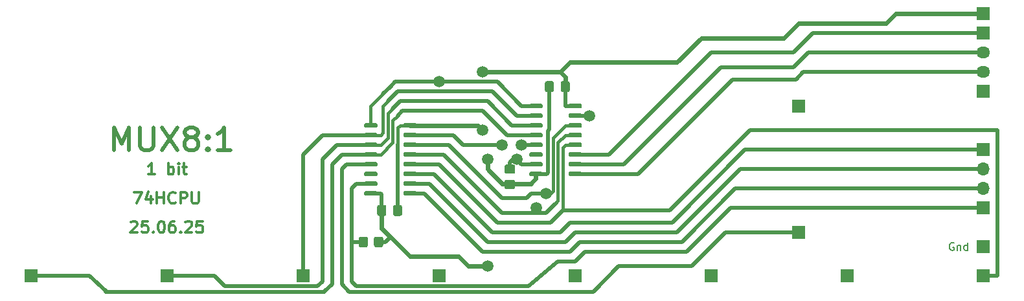
<source format=gbr>
%TF.GenerationSoftware,KiCad,Pcbnew,(5.1.8)-1*%
%TF.CreationDate,2025-07-04T22:22:32+03:00*%
%TF.ProjectId,MUX8x1-1bit,4d555838-7831-42d3-9162-69742e6b6963,rev?*%
%TF.SameCoordinates,Original*%
%TF.FileFunction,Copper,L1,Top*%
%TF.FilePolarity,Positive*%
%FSLAX46Y46*%
G04 Gerber Fmt 4.6, Leading zero omitted, Abs format (unit mm)*
G04 Created by KiCad (PCBNEW (5.1.8)-1) date 2025-07-04 22:22:32*
%MOMM*%
%LPD*%
G01*
G04 APERTURE LIST*
%TA.AperFunction,NonConductor*%
%ADD10C,0.150000*%
%TD*%
%TA.AperFunction,NonConductor*%
%ADD11C,0.300000*%
%TD*%
%TA.AperFunction,NonConductor*%
%ADD12C,0.500000*%
%TD*%
%TA.AperFunction,ComponentPad*%
%ADD13R,1.700000X1.700000*%
%TD*%
%TA.AperFunction,ComponentPad*%
%ADD14O,1.800000X1.500000*%
%TD*%
%TA.AperFunction,ComponentPad*%
%ADD15O,1.700000X1.700000*%
%TD*%
%TA.AperFunction,ViaPad*%
%ADD16C,1.500000*%
%TD*%
%TA.AperFunction,Conductor*%
%ADD17C,0.500000*%
%TD*%
%TA.AperFunction,Conductor*%
%ADD18C,0.600000*%
%TD*%
%TA.AperFunction,Conductor*%
%ADD19C,0.400000*%
%TD*%
G04 APERTURE END LIST*
D10*
X138422142Y-51570000D02*
X138326904Y-51522380D01*
X138184047Y-51522380D01*
X138041190Y-51570000D01*
X137945952Y-51665238D01*
X137898333Y-51760476D01*
X137850714Y-51950952D01*
X137850714Y-52093809D01*
X137898333Y-52284285D01*
X137945952Y-52379523D01*
X138041190Y-52474761D01*
X138184047Y-52522380D01*
X138279285Y-52522380D01*
X138422142Y-52474761D01*
X138469761Y-52427142D01*
X138469761Y-52093809D01*
X138279285Y-52093809D01*
X138898333Y-51855714D02*
X138898333Y-52522380D01*
X138898333Y-51950952D02*
X138945952Y-51903333D01*
X139041190Y-51855714D01*
X139184047Y-51855714D01*
X139279285Y-51903333D01*
X139326904Y-51998571D01*
X139326904Y-52522380D01*
X140231666Y-52522380D02*
X140231666Y-51522380D01*
X140231666Y-52474761D02*
X140136428Y-52522380D01*
X139945952Y-52522380D01*
X139850714Y-52474761D01*
X139803095Y-52427142D01*
X139755476Y-52331904D01*
X139755476Y-52046190D01*
X139803095Y-51950952D01*
X139850714Y-51903333D01*
X139945952Y-51855714D01*
X140136428Y-51855714D01*
X140231666Y-51903333D01*
D11*
X33952857Y-42588571D02*
X33095714Y-42588571D01*
X33524285Y-42588571D02*
X33524285Y-41088571D01*
X33381428Y-41302857D01*
X33238571Y-41445714D01*
X33095714Y-41517142D01*
X35738571Y-42588571D02*
X35738571Y-41088571D01*
X35738571Y-41660000D02*
X35881428Y-41588571D01*
X36167142Y-41588571D01*
X36310000Y-41660000D01*
X36381428Y-41731428D01*
X36452857Y-41874285D01*
X36452857Y-42302857D01*
X36381428Y-42445714D01*
X36310000Y-42517142D01*
X36167142Y-42588571D01*
X35881428Y-42588571D01*
X35738571Y-42517142D01*
X37095714Y-42588571D02*
X37095714Y-41588571D01*
X37095714Y-41088571D02*
X37024285Y-41160000D01*
X37095714Y-41231428D01*
X37167142Y-41160000D01*
X37095714Y-41088571D01*
X37095714Y-41231428D01*
X37595714Y-41588571D02*
X38167142Y-41588571D01*
X37810000Y-41088571D02*
X37810000Y-42374285D01*
X37881428Y-42517142D01*
X38024285Y-42588571D01*
X38167142Y-42588571D01*
D12*
X28623571Y-39457142D02*
X28623571Y-36457142D01*
X29623571Y-38600000D01*
X30623571Y-36457142D01*
X30623571Y-39457142D01*
X32052142Y-36457142D02*
X32052142Y-38885714D01*
X32195000Y-39171428D01*
X32337857Y-39314285D01*
X32623571Y-39457142D01*
X33195000Y-39457142D01*
X33480714Y-39314285D01*
X33623571Y-39171428D01*
X33766428Y-38885714D01*
X33766428Y-36457142D01*
X34909285Y-36457142D02*
X36909285Y-39457142D01*
X36909285Y-36457142D02*
X34909285Y-39457142D01*
X38480714Y-37742857D02*
X38195000Y-37600000D01*
X38052142Y-37457142D01*
X37909285Y-37171428D01*
X37909285Y-37028571D01*
X38052142Y-36742857D01*
X38195000Y-36600000D01*
X38480714Y-36457142D01*
X39052142Y-36457142D01*
X39337857Y-36600000D01*
X39480714Y-36742857D01*
X39623571Y-37028571D01*
X39623571Y-37171428D01*
X39480714Y-37457142D01*
X39337857Y-37600000D01*
X39052142Y-37742857D01*
X38480714Y-37742857D01*
X38195000Y-37885714D01*
X38052142Y-38028571D01*
X37909285Y-38314285D01*
X37909285Y-38885714D01*
X38052142Y-39171428D01*
X38195000Y-39314285D01*
X38480714Y-39457142D01*
X39052142Y-39457142D01*
X39337857Y-39314285D01*
X39480714Y-39171428D01*
X39623571Y-38885714D01*
X39623571Y-38314285D01*
X39480714Y-38028571D01*
X39337857Y-37885714D01*
X39052142Y-37742857D01*
X40909285Y-39171428D02*
X41052142Y-39314285D01*
X40909285Y-39457142D01*
X40766428Y-39314285D01*
X40909285Y-39171428D01*
X40909285Y-39457142D01*
X40909285Y-37600000D02*
X41052142Y-37742857D01*
X40909285Y-37885714D01*
X40766428Y-37742857D01*
X40909285Y-37600000D01*
X40909285Y-37885714D01*
X43909285Y-39457142D02*
X42195000Y-39457142D01*
X43052142Y-39457142D02*
X43052142Y-36457142D01*
X42766428Y-36885714D01*
X42480714Y-37171428D01*
X42195000Y-37314285D01*
D11*
X31274285Y-44898571D02*
X32274285Y-44898571D01*
X31631428Y-46398571D01*
X33488571Y-45398571D02*
X33488571Y-46398571D01*
X33131428Y-44827142D02*
X32774285Y-45898571D01*
X33702857Y-45898571D01*
X34274285Y-46398571D02*
X34274285Y-44898571D01*
X34274285Y-45612857D02*
X35131428Y-45612857D01*
X35131428Y-46398571D02*
X35131428Y-44898571D01*
X36702857Y-46255714D02*
X36631428Y-46327142D01*
X36417142Y-46398571D01*
X36274285Y-46398571D01*
X36060000Y-46327142D01*
X35917142Y-46184285D01*
X35845714Y-46041428D01*
X35774285Y-45755714D01*
X35774285Y-45541428D01*
X35845714Y-45255714D01*
X35917142Y-45112857D01*
X36060000Y-44970000D01*
X36274285Y-44898571D01*
X36417142Y-44898571D01*
X36631428Y-44970000D01*
X36702857Y-45041428D01*
X37345714Y-46398571D02*
X37345714Y-44898571D01*
X37917142Y-44898571D01*
X38060000Y-44970000D01*
X38131428Y-45041428D01*
X38202857Y-45184285D01*
X38202857Y-45398571D01*
X38131428Y-45541428D01*
X38060000Y-45612857D01*
X37917142Y-45684285D01*
X37345714Y-45684285D01*
X38845714Y-44898571D02*
X38845714Y-46112857D01*
X38917142Y-46255714D01*
X38988571Y-46327142D01*
X39131428Y-46398571D01*
X39417142Y-46398571D01*
X39560000Y-46327142D01*
X39631428Y-46255714D01*
X39702857Y-46112857D01*
X39702857Y-44898571D01*
X30845714Y-48851428D02*
X30917142Y-48780000D01*
X31060000Y-48708571D01*
X31417142Y-48708571D01*
X31560000Y-48780000D01*
X31631428Y-48851428D01*
X31702857Y-48994285D01*
X31702857Y-49137142D01*
X31631428Y-49351428D01*
X30774285Y-50208571D01*
X31702857Y-50208571D01*
X33060000Y-48708571D02*
X32345714Y-48708571D01*
X32274285Y-49422857D01*
X32345714Y-49351428D01*
X32488571Y-49280000D01*
X32845714Y-49280000D01*
X32988571Y-49351428D01*
X33060000Y-49422857D01*
X33131428Y-49565714D01*
X33131428Y-49922857D01*
X33060000Y-50065714D01*
X32988571Y-50137142D01*
X32845714Y-50208571D01*
X32488571Y-50208571D01*
X32345714Y-50137142D01*
X32274285Y-50065714D01*
X33774285Y-50065714D02*
X33845714Y-50137142D01*
X33774285Y-50208571D01*
X33702857Y-50137142D01*
X33774285Y-50065714D01*
X33774285Y-50208571D01*
X34774285Y-48708571D02*
X34917142Y-48708571D01*
X35060000Y-48780000D01*
X35131428Y-48851428D01*
X35202857Y-48994285D01*
X35274285Y-49280000D01*
X35274285Y-49637142D01*
X35202857Y-49922857D01*
X35131428Y-50065714D01*
X35060000Y-50137142D01*
X34917142Y-50208571D01*
X34774285Y-50208571D01*
X34631428Y-50137142D01*
X34560000Y-50065714D01*
X34488571Y-49922857D01*
X34417142Y-49637142D01*
X34417142Y-49280000D01*
X34488571Y-48994285D01*
X34560000Y-48851428D01*
X34631428Y-48780000D01*
X34774285Y-48708571D01*
X36560000Y-48708571D02*
X36274285Y-48708571D01*
X36131428Y-48780000D01*
X36060000Y-48851428D01*
X35917142Y-49065714D01*
X35845714Y-49351428D01*
X35845714Y-49922857D01*
X35917142Y-50065714D01*
X35988571Y-50137142D01*
X36131428Y-50208571D01*
X36417142Y-50208571D01*
X36560000Y-50137142D01*
X36631428Y-50065714D01*
X36702857Y-49922857D01*
X36702857Y-49565714D01*
X36631428Y-49422857D01*
X36560000Y-49351428D01*
X36417142Y-49280000D01*
X36131428Y-49280000D01*
X35988571Y-49351428D01*
X35917142Y-49422857D01*
X35845714Y-49565714D01*
X37345714Y-50065714D02*
X37417142Y-50137142D01*
X37345714Y-50208571D01*
X37274285Y-50137142D01*
X37345714Y-50065714D01*
X37345714Y-50208571D01*
X37988571Y-48851428D02*
X38060000Y-48780000D01*
X38202857Y-48708571D01*
X38560000Y-48708571D01*
X38702857Y-48780000D01*
X38774285Y-48851428D01*
X38845714Y-48994285D01*
X38845714Y-49137142D01*
X38774285Y-49351428D01*
X37917142Y-50208571D01*
X38845714Y-50208571D01*
X40202857Y-48708571D02*
X39488571Y-48708571D01*
X39417142Y-49422857D01*
X39488571Y-49351428D01*
X39631428Y-49280000D01*
X39988571Y-49280000D01*
X40131428Y-49351428D01*
X40202857Y-49422857D01*
X40274285Y-49565714D01*
X40274285Y-49922857D01*
X40202857Y-50065714D01*
X40131428Y-50137142D01*
X39988571Y-50208571D01*
X39631428Y-50208571D01*
X39488571Y-50137142D01*
X39417142Y-50065714D01*
%TO.P,R2,2*%
%TO.N,GND*%
%TA.AperFunction,SMDPad,CuDef*%
G36*
G01*
X79940999Y-43310000D02*
X80841001Y-43310000D01*
G75*
G02*
X81091000Y-43559999I0J-249999D01*
G01*
X81091000Y-44260001D01*
G75*
G02*
X80841001Y-44510000I-249999J0D01*
G01*
X79940999Y-44510000D01*
G75*
G02*
X79691000Y-44260001I0J249999D01*
G01*
X79691000Y-43559999D01*
G75*
G02*
X79940999Y-43310000I249999J0D01*
G01*
G37*
%TD.AperFunction*%
%TO.P,R2,1*%
%TO.N,/~E1*%
%TA.AperFunction,SMDPad,CuDef*%
G36*
G01*
X79940999Y-41310000D02*
X80841001Y-41310000D01*
G75*
G02*
X81091000Y-41559999I0J-249999D01*
G01*
X81091000Y-42260001D01*
G75*
G02*
X80841001Y-42510000I-249999J0D01*
G01*
X79940999Y-42510000D01*
G75*
G02*
X79691000Y-42260001I0J249999D01*
G01*
X79691000Y-41559999D01*
G75*
G02*
X79940999Y-41310000I249999J0D01*
G01*
G37*
%TD.AperFunction*%
%TD*%
%TO.P,R1,2*%
%TO.N,GND*%
%TA.AperFunction,SMDPad,CuDef*%
G36*
G01*
X62630000Y-51885001D02*
X62630000Y-50984999D01*
G75*
G02*
X62879999Y-50735000I249999J0D01*
G01*
X63580001Y-50735000D01*
G75*
G02*
X63830000Y-50984999I0J-249999D01*
G01*
X63830000Y-51885001D01*
G75*
G02*
X63580001Y-52135000I-249999J0D01*
G01*
X62879999Y-52135000D01*
G75*
G02*
X62630000Y-51885001I0J249999D01*
G01*
G37*
%TD.AperFunction*%
%TO.P,R1,1*%
%TO.N,/~E0*%
%TA.AperFunction,SMDPad,CuDef*%
G36*
G01*
X60630000Y-51885001D02*
X60630000Y-50984999D01*
G75*
G02*
X60879999Y-50735000I249999J0D01*
G01*
X61580001Y-50735000D01*
G75*
G02*
X61830000Y-50984999I0J-249999D01*
G01*
X61830000Y-51885001D01*
G75*
G02*
X61580001Y-52135000I-249999J0D01*
G01*
X60879999Y-52135000D01*
G75*
G02*
X60630000Y-51885001I0J249999D01*
G01*
G37*
%TD.AperFunction*%
%TD*%
D13*
%TO.P,J16,1*%
%TO.N,GND*%
X142240000Y-52070000D03*
%TD*%
%TO.P,J15,1*%
%TO.N,VCC*%
X142240000Y-21590000D03*
%TD*%
%TO.P,U2,16*%
%TO.N,VCC*%
%TA.AperFunction,SMDPad,CuDef*%
G36*
G01*
X88060000Y-33805000D02*
X88060000Y-33505000D01*
G75*
G02*
X88210000Y-33355000I150000J0D01*
G01*
X89660000Y-33355000D01*
G75*
G02*
X89810000Y-33505000I0J-150000D01*
G01*
X89810000Y-33805000D01*
G75*
G02*
X89660000Y-33955000I-150000J0D01*
G01*
X88210000Y-33955000D01*
G75*
G02*
X88060000Y-33805000I0J150000D01*
G01*
G37*
%TD.AperFunction*%
%TO.P,U2,15*%
%TO.N,/D4*%
%TA.AperFunction,SMDPad,CuDef*%
G36*
G01*
X88060000Y-35075000D02*
X88060000Y-34775000D01*
G75*
G02*
X88210000Y-34625000I150000J0D01*
G01*
X89660000Y-34625000D01*
G75*
G02*
X89810000Y-34775000I0J-150000D01*
G01*
X89810000Y-35075000D01*
G75*
G02*
X89660000Y-35225000I-150000J0D01*
G01*
X88210000Y-35225000D01*
G75*
G02*
X88060000Y-35075000I0J150000D01*
G01*
G37*
%TD.AperFunction*%
%TO.P,U2,14*%
%TO.N,/D5*%
%TA.AperFunction,SMDPad,CuDef*%
G36*
G01*
X88060000Y-36345000D02*
X88060000Y-36045000D01*
G75*
G02*
X88210000Y-35895000I150000J0D01*
G01*
X89660000Y-35895000D01*
G75*
G02*
X89810000Y-36045000I0J-150000D01*
G01*
X89810000Y-36345000D01*
G75*
G02*
X89660000Y-36495000I-150000J0D01*
G01*
X88210000Y-36495000D01*
G75*
G02*
X88060000Y-36345000I0J150000D01*
G01*
G37*
%TD.AperFunction*%
%TO.P,U2,13*%
%TO.N,/D6*%
%TA.AperFunction,SMDPad,CuDef*%
G36*
G01*
X88060000Y-37615000D02*
X88060000Y-37315000D01*
G75*
G02*
X88210000Y-37165000I150000J0D01*
G01*
X89660000Y-37165000D01*
G75*
G02*
X89810000Y-37315000I0J-150000D01*
G01*
X89810000Y-37615000D01*
G75*
G02*
X89660000Y-37765000I-150000J0D01*
G01*
X88210000Y-37765000D01*
G75*
G02*
X88060000Y-37615000I0J150000D01*
G01*
G37*
%TD.AperFunction*%
%TO.P,U2,12*%
%TO.N,/D7*%
%TA.AperFunction,SMDPad,CuDef*%
G36*
G01*
X88060000Y-38885000D02*
X88060000Y-38585000D01*
G75*
G02*
X88210000Y-38435000I150000J0D01*
G01*
X89660000Y-38435000D01*
G75*
G02*
X89810000Y-38585000I0J-150000D01*
G01*
X89810000Y-38885000D01*
G75*
G02*
X89660000Y-39035000I-150000J0D01*
G01*
X88210000Y-39035000D01*
G75*
G02*
X88060000Y-38885000I0J150000D01*
G01*
G37*
%TD.AperFunction*%
%TO.P,U2,11*%
%TO.N,/S1.0*%
%TA.AperFunction,SMDPad,CuDef*%
G36*
G01*
X88060000Y-40155000D02*
X88060000Y-39855000D01*
G75*
G02*
X88210000Y-39705000I150000J0D01*
G01*
X89660000Y-39705000D01*
G75*
G02*
X89810000Y-39855000I0J-150000D01*
G01*
X89810000Y-40155000D01*
G75*
G02*
X89660000Y-40305000I-150000J0D01*
G01*
X88210000Y-40305000D01*
G75*
G02*
X88060000Y-40155000I0J150000D01*
G01*
G37*
%TD.AperFunction*%
%TO.P,U2,10*%
%TO.N,/S1.1*%
%TA.AperFunction,SMDPad,CuDef*%
G36*
G01*
X88060000Y-41425000D02*
X88060000Y-41125000D01*
G75*
G02*
X88210000Y-40975000I150000J0D01*
G01*
X89660000Y-40975000D01*
G75*
G02*
X89810000Y-41125000I0J-150000D01*
G01*
X89810000Y-41425000D01*
G75*
G02*
X89660000Y-41575000I-150000J0D01*
G01*
X88210000Y-41575000D01*
G75*
G02*
X88060000Y-41425000I0J150000D01*
G01*
G37*
%TD.AperFunction*%
%TO.P,U2,9*%
%TO.N,/S1.2*%
%TA.AperFunction,SMDPad,CuDef*%
G36*
G01*
X88060000Y-42695000D02*
X88060000Y-42395000D01*
G75*
G02*
X88210000Y-42245000I150000J0D01*
G01*
X89660000Y-42245000D01*
G75*
G02*
X89810000Y-42395000I0J-150000D01*
G01*
X89810000Y-42695000D01*
G75*
G02*
X89660000Y-42845000I-150000J0D01*
G01*
X88210000Y-42845000D01*
G75*
G02*
X88060000Y-42695000I0J150000D01*
G01*
G37*
%TD.AperFunction*%
%TO.P,U2,8*%
%TO.N,GND*%
%TA.AperFunction,SMDPad,CuDef*%
G36*
G01*
X82910000Y-42695000D02*
X82910000Y-42395000D01*
G75*
G02*
X83060000Y-42245000I150000J0D01*
G01*
X84510000Y-42245000D01*
G75*
G02*
X84660000Y-42395000I0J-150000D01*
G01*
X84660000Y-42695000D01*
G75*
G02*
X84510000Y-42845000I-150000J0D01*
G01*
X83060000Y-42845000D01*
G75*
G02*
X82910000Y-42695000I0J150000D01*
G01*
G37*
%TD.AperFunction*%
%TO.P,U2,7*%
%TO.N,/~E1*%
%TA.AperFunction,SMDPad,CuDef*%
G36*
G01*
X82910000Y-41425000D02*
X82910000Y-41125000D01*
G75*
G02*
X83060000Y-40975000I150000J0D01*
G01*
X84510000Y-40975000D01*
G75*
G02*
X84660000Y-41125000I0J-150000D01*
G01*
X84660000Y-41425000D01*
G75*
G02*
X84510000Y-41575000I-150000J0D01*
G01*
X83060000Y-41575000D01*
G75*
G02*
X82910000Y-41425000I0J150000D01*
G01*
G37*
%TD.AperFunction*%
%TO.P,U2,6*%
%TO.N,Net-(U2-Pad6)*%
%TA.AperFunction,SMDPad,CuDef*%
G36*
G01*
X82910000Y-40155000D02*
X82910000Y-39855000D01*
G75*
G02*
X83060000Y-39705000I150000J0D01*
G01*
X84510000Y-39705000D01*
G75*
G02*
X84660000Y-39855000I0J-150000D01*
G01*
X84660000Y-40155000D01*
G75*
G02*
X84510000Y-40305000I-150000J0D01*
G01*
X83060000Y-40305000D01*
G75*
G02*
X82910000Y-40155000I0J150000D01*
G01*
G37*
%TD.AperFunction*%
%TO.P,U2,5*%
%TO.N,/O1*%
%TA.AperFunction,SMDPad,CuDef*%
G36*
G01*
X82910000Y-38885000D02*
X82910000Y-38585000D01*
G75*
G02*
X83060000Y-38435000I150000J0D01*
G01*
X84510000Y-38435000D01*
G75*
G02*
X84660000Y-38585000I0J-150000D01*
G01*
X84660000Y-38885000D01*
G75*
G02*
X84510000Y-39035000I-150000J0D01*
G01*
X83060000Y-39035000D01*
G75*
G02*
X82910000Y-38885000I0J150000D01*
G01*
G37*
%TD.AperFunction*%
%TO.P,U2,4*%
%TO.N,/D0*%
%TA.AperFunction,SMDPad,CuDef*%
G36*
G01*
X82910000Y-37615000D02*
X82910000Y-37315000D01*
G75*
G02*
X83060000Y-37165000I150000J0D01*
G01*
X84510000Y-37165000D01*
G75*
G02*
X84660000Y-37315000I0J-150000D01*
G01*
X84660000Y-37615000D01*
G75*
G02*
X84510000Y-37765000I-150000J0D01*
G01*
X83060000Y-37765000D01*
G75*
G02*
X82910000Y-37615000I0J150000D01*
G01*
G37*
%TD.AperFunction*%
%TO.P,U2,3*%
%TO.N,/D1*%
%TA.AperFunction,SMDPad,CuDef*%
G36*
G01*
X82910000Y-36345000D02*
X82910000Y-36045000D01*
G75*
G02*
X83060000Y-35895000I150000J0D01*
G01*
X84510000Y-35895000D01*
G75*
G02*
X84660000Y-36045000I0J-150000D01*
G01*
X84660000Y-36345000D01*
G75*
G02*
X84510000Y-36495000I-150000J0D01*
G01*
X83060000Y-36495000D01*
G75*
G02*
X82910000Y-36345000I0J150000D01*
G01*
G37*
%TD.AperFunction*%
%TO.P,U2,2*%
%TO.N,/D2*%
%TA.AperFunction,SMDPad,CuDef*%
G36*
G01*
X82910000Y-35075000D02*
X82910000Y-34775000D01*
G75*
G02*
X83060000Y-34625000I150000J0D01*
G01*
X84510000Y-34625000D01*
G75*
G02*
X84660000Y-34775000I0J-150000D01*
G01*
X84660000Y-35075000D01*
G75*
G02*
X84510000Y-35225000I-150000J0D01*
G01*
X83060000Y-35225000D01*
G75*
G02*
X82910000Y-35075000I0J150000D01*
G01*
G37*
%TD.AperFunction*%
%TO.P,U2,1*%
%TO.N,/D3*%
%TA.AperFunction,SMDPad,CuDef*%
G36*
G01*
X82910000Y-33805000D02*
X82910000Y-33505000D01*
G75*
G02*
X83060000Y-33355000I150000J0D01*
G01*
X84510000Y-33355000D01*
G75*
G02*
X84660000Y-33505000I0J-150000D01*
G01*
X84660000Y-33805000D01*
G75*
G02*
X84510000Y-33955000I-150000J0D01*
G01*
X83060000Y-33955000D01*
G75*
G02*
X82910000Y-33805000I0J150000D01*
G01*
G37*
%TD.AperFunction*%
%TD*%
%TO.P,U1,16*%
%TO.N,VCC*%
%TA.AperFunction,SMDPad,CuDef*%
G36*
G01*
X66470000Y-36345000D02*
X66470000Y-36045000D01*
G75*
G02*
X66620000Y-35895000I150000J0D01*
G01*
X68070000Y-35895000D01*
G75*
G02*
X68220000Y-36045000I0J-150000D01*
G01*
X68220000Y-36345000D01*
G75*
G02*
X68070000Y-36495000I-150000J0D01*
G01*
X66620000Y-36495000D01*
G75*
G02*
X66470000Y-36345000I0J150000D01*
G01*
G37*
%TD.AperFunction*%
%TO.P,U1,15*%
%TO.N,/D4*%
%TA.AperFunction,SMDPad,CuDef*%
G36*
G01*
X66470000Y-37615000D02*
X66470000Y-37315000D01*
G75*
G02*
X66620000Y-37165000I150000J0D01*
G01*
X68070000Y-37165000D01*
G75*
G02*
X68220000Y-37315000I0J-150000D01*
G01*
X68220000Y-37615000D01*
G75*
G02*
X68070000Y-37765000I-150000J0D01*
G01*
X66620000Y-37765000D01*
G75*
G02*
X66470000Y-37615000I0J150000D01*
G01*
G37*
%TD.AperFunction*%
%TO.P,U1,14*%
%TO.N,/D5*%
%TA.AperFunction,SMDPad,CuDef*%
G36*
G01*
X66470000Y-38885000D02*
X66470000Y-38585000D01*
G75*
G02*
X66620000Y-38435000I150000J0D01*
G01*
X68070000Y-38435000D01*
G75*
G02*
X68220000Y-38585000I0J-150000D01*
G01*
X68220000Y-38885000D01*
G75*
G02*
X68070000Y-39035000I-150000J0D01*
G01*
X66620000Y-39035000D01*
G75*
G02*
X66470000Y-38885000I0J150000D01*
G01*
G37*
%TD.AperFunction*%
%TO.P,U1,13*%
%TO.N,/D6*%
%TA.AperFunction,SMDPad,CuDef*%
G36*
G01*
X66470000Y-40155000D02*
X66470000Y-39855000D01*
G75*
G02*
X66620000Y-39705000I150000J0D01*
G01*
X68070000Y-39705000D01*
G75*
G02*
X68220000Y-39855000I0J-150000D01*
G01*
X68220000Y-40155000D01*
G75*
G02*
X68070000Y-40305000I-150000J0D01*
G01*
X66620000Y-40305000D01*
G75*
G02*
X66470000Y-40155000I0J150000D01*
G01*
G37*
%TD.AperFunction*%
%TO.P,U1,12*%
%TO.N,/D7*%
%TA.AperFunction,SMDPad,CuDef*%
G36*
G01*
X66470000Y-41425000D02*
X66470000Y-41125000D01*
G75*
G02*
X66620000Y-40975000I150000J0D01*
G01*
X68070000Y-40975000D01*
G75*
G02*
X68220000Y-41125000I0J-150000D01*
G01*
X68220000Y-41425000D01*
G75*
G02*
X68070000Y-41575000I-150000J0D01*
G01*
X66620000Y-41575000D01*
G75*
G02*
X66470000Y-41425000I0J150000D01*
G01*
G37*
%TD.AperFunction*%
%TO.P,U1,11*%
%TO.N,/S0.0*%
%TA.AperFunction,SMDPad,CuDef*%
G36*
G01*
X66470000Y-42695000D02*
X66470000Y-42395000D01*
G75*
G02*
X66620000Y-42245000I150000J0D01*
G01*
X68070000Y-42245000D01*
G75*
G02*
X68220000Y-42395000I0J-150000D01*
G01*
X68220000Y-42695000D01*
G75*
G02*
X68070000Y-42845000I-150000J0D01*
G01*
X66620000Y-42845000D01*
G75*
G02*
X66470000Y-42695000I0J150000D01*
G01*
G37*
%TD.AperFunction*%
%TO.P,U1,10*%
%TO.N,/S0.1*%
%TA.AperFunction,SMDPad,CuDef*%
G36*
G01*
X66470000Y-43965000D02*
X66470000Y-43665000D01*
G75*
G02*
X66620000Y-43515000I150000J0D01*
G01*
X68070000Y-43515000D01*
G75*
G02*
X68220000Y-43665000I0J-150000D01*
G01*
X68220000Y-43965000D01*
G75*
G02*
X68070000Y-44115000I-150000J0D01*
G01*
X66620000Y-44115000D01*
G75*
G02*
X66470000Y-43965000I0J150000D01*
G01*
G37*
%TD.AperFunction*%
%TO.P,U1,9*%
%TO.N,/S0.2*%
%TA.AperFunction,SMDPad,CuDef*%
G36*
G01*
X66470000Y-45235000D02*
X66470000Y-44935000D01*
G75*
G02*
X66620000Y-44785000I150000J0D01*
G01*
X68070000Y-44785000D01*
G75*
G02*
X68220000Y-44935000I0J-150000D01*
G01*
X68220000Y-45235000D01*
G75*
G02*
X68070000Y-45385000I-150000J0D01*
G01*
X66620000Y-45385000D01*
G75*
G02*
X66470000Y-45235000I0J150000D01*
G01*
G37*
%TD.AperFunction*%
%TO.P,U1,8*%
%TO.N,GND*%
%TA.AperFunction,SMDPad,CuDef*%
G36*
G01*
X61320000Y-45235000D02*
X61320000Y-44935000D01*
G75*
G02*
X61470000Y-44785000I150000J0D01*
G01*
X62920000Y-44785000D01*
G75*
G02*
X63070000Y-44935000I0J-150000D01*
G01*
X63070000Y-45235000D01*
G75*
G02*
X62920000Y-45385000I-150000J0D01*
G01*
X61470000Y-45385000D01*
G75*
G02*
X61320000Y-45235000I0J150000D01*
G01*
G37*
%TD.AperFunction*%
%TO.P,U1,7*%
%TO.N,/~E0*%
%TA.AperFunction,SMDPad,CuDef*%
G36*
G01*
X61320000Y-43965000D02*
X61320000Y-43665000D01*
G75*
G02*
X61470000Y-43515000I150000J0D01*
G01*
X62920000Y-43515000D01*
G75*
G02*
X63070000Y-43665000I0J-150000D01*
G01*
X63070000Y-43965000D01*
G75*
G02*
X62920000Y-44115000I-150000J0D01*
G01*
X61470000Y-44115000D01*
G75*
G02*
X61320000Y-43965000I0J150000D01*
G01*
G37*
%TD.AperFunction*%
%TO.P,U1,6*%
%TO.N,Net-(U1-Pad6)*%
%TA.AperFunction,SMDPad,CuDef*%
G36*
G01*
X61320000Y-42695000D02*
X61320000Y-42395000D01*
G75*
G02*
X61470000Y-42245000I150000J0D01*
G01*
X62920000Y-42245000D01*
G75*
G02*
X63070000Y-42395000I0J-150000D01*
G01*
X63070000Y-42695000D01*
G75*
G02*
X62920000Y-42845000I-150000J0D01*
G01*
X61470000Y-42845000D01*
G75*
G02*
X61320000Y-42695000I0J150000D01*
G01*
G37*
%TD.AperFunction*%
%TO.P,U1,5*%
%TO.N,/O0*%
%TA.AperFunction,SMDPad,CuDef*%
G36*
G01*
X61320000Y-41425000D02*
X61320000Y-41125000D01*
G75*
G02*
X61470000Y-40975000I150000J0D01*
G01*
X62920000Y-40975000D01*
G75*
G02*
X63070000Y-41125000I0J-150000D01*
G01*
X63070000Y-41425000D01*
G75*
G02*
X62920000Y-41575000I-150000J0D01*
G01*
X61470000Y-41575000D01*
G75*
G02*
X61320000Y-41425000I0J150000D01*
G01*
G37*
%TD.AperFunction*%
%TO.P,U1,4*%
%TO.N,/D0*%
%TA.AperFunction,SMDPad,CuDef*%
G36*
G01*
X61320000Y-40155000D02*
X61320000Y-39855000D01*
G75*
G02*
X61470000Y-39705000I150000J0D01*
G01*
X62920000Y-39705000D01*
G75*
G02*
X63070000Y-39855000I0J-150000D01*
G01*
X63070000Y-40155000D01*
G75*
G02*
X62920000Y-40305000I-150000J0D01*
G01*
X61470000Y-40305000D01*
G75*
G02*
X61320000Y-40155000I0J150000D01*
G01*
G37*
%TD.AperFunction*%
%TO.P,U1,3*%
%TO.N,/D1*%
%TA.AperFunction,SMDPad,CuDef*%
G36*
G01*
X61320000Y-38885000D02*
X61320000Y-38585000D01*
G75*
G02*
X61470000Y-38435000I150000J0D01*
G01*
X62920000Y-38435000D01*
G75*
G02*
X63070000Y-38585000I0J-150000D01*
G01*
X63070000Y-38885000D01*
G75*
G02*
X62920000Y-39035000I-150000J0D01*
G01*
X61470000Y-39035000D01*
G75*
G02*
X61320000Y-38885000I0J150000D01*
G01*
G37*
%TD.AperFunction*%
%TO.P,U1,2*%
%TO.N,/D2*%
%TA.AperFunction,SMDPad,CuDef*%
G36*
G01*
X61320000Y-37615000D02*
X61320000Y-37315000D01*
G75*
G02*
X61470000Y-37165000I150000J0D01*
G01*
X62920000Y-37165000D01*
G75*
G02*
X63070000Y-37315000I0J-150000D01*
G01*
X63070000Y-37615000D01*
G75*
G02*
X62920000Y-37765000I-150000J0D01*
G01*
X61470000Y-37765000D01*
G75*
G02*
X61320000Y-37615000I0J150000D01*
G01*
G37*
%TD.AperFunction*%
%TO.P,U1,1*%
%TO.N,/D3*%
%TA.AperFunction,SMDPad,CuDef*%
G36*
G01*
X61320000Y-36345000D02*
X61320000Y-36045000D01*
G75*
G02*
X61470000Y-35895000I150000J0D01*
G01*
X62920000Y-35895000D01*
G75*
G02*
X63070000Y-36045000I0J-150000D01*
G01*
X63070000Y-36345000D01*
G75*
G02*
X62920000Y-36495000I-150000J0D01*
G01*
X61470000Y-36495000D01*
G75*
G02*
X61320000Y-36345000I0J150000D01*
G01*
G37*
%TD.AperFunction*%
%TD*%
%TO.P,J14,1*%
%TO.N,/O1*%
X118110000Y-33655000D03*
%TD*%
%TO.P,J13,1*%
%TO.N,/~E1*%
X142240000Y-31750000D03*
%TD*%
D14*
%TO.P,J12,3*%
%TO.N,/S1.2*%
X142240000Y-29210000D03*
%TO.P,J12,2*%
%TO.N,/S1.1*%
X142240000Y-26670000D03*
D13*
%TO.P,J12,1*%
%TO.N,/S1.0*%
X142240000Y-24130000D03*
%TD*%
%TO.P,J11,1*%
%TO.N,/O0*%
X118110000Y-50165000D03*
%TD*%
%TO.P,J10,1*%
%TO.N,/~E0*%
X142240000Y-46990000D03*
%TD*%
D15*
%TO.P,J9,3*%
%TO.N,/S0.2*%
X142240000Y-44450000D03*
%TO.P,J9,2*%
%TO.N,/S0.1*%
X142240000Y-41910000D03*
D13*
%TO.P,J9,1*%
%TO.N,/S0.0*%
X142240000Y-39370000D03*
%TD*%
%TO.P,J8,1*%
%TO.N,/D7*%
X142240000Y-55880000D03*
%TD*%
%TO.P,J7,1*%
%TO.N,/D6*%
X124460000Y-55880000D03*
%TD*%
%TO.P,J6,1*%
%TO.N,/D5*%
X106680000Y-55880000D03*
%TD*%
%TO.P,J5,1*%
%TO.N,/D4*%
X88900000Y-55880000D03*
%TD*%
%TO.P,J4,1*%
%TO.N,/D3*%
X71120000Y-55880000D03*
%TD*%
%TO.P,J3,1*%
%TO.N,/D2*%
X53340000Y-55880000D03*
%TD*%
%TO.P,J2,1*%
%TO.N,/D1*%
X35560000Y-55880000D03*
%TD*%
%TO.P,J1,1*%
%TO.N,/D0*%
X17780000Y-55880000D03*
%TD*%
%TO.P,C2,2*%
%TO.N,GND*%
%TA.AperFunction,SMDPad,CuDef*%
G36*
G01*
X86142500Y-30640000D02*
X86142500Y-31590000D01*
G75*
G02*
X85892500Y-31840000I-250000J0D01*
G01*
X85217500Y-31840000D01*
G75*
G02*
X84967500Y-31590000I0J250000D01*
G01*
X84967500Y-30640000D01*
G75*
G02*
X85217500Y-30390000I250000J0D01*
G01*
X85892500Y-30390000D01*
G75*
G02*
X86142500Y-30640000I0J-250000D01*
G01*
G37*
%TD.AperFunction*%
%TO.P,C2,1*%
%TO.N,VCC*%
%TA.AperFunction,SMDPad,CuDef*%
G36*
G01*
X88217500Y-30640000D02*
X88217500Y-31590000D01*
G75*
G02*
X87967500Y-31840000I-250000J0D01*
G01*
X87292500Y-31840000D01*
G75*
G02*
X87042500Y-31590000I0J250000D01*
G01*
X87042500Y-30640000D01*
G75*
G02*
X87292500Y-30390000I250000J0D01*
G01*
X87967500Y-30390000D01*
G75*
G02*
X88217500Y-30640000I0J-250000D01*
G01*
G37*
%TD.AperFunction*%
%TD*%
%TO.P,C1,2*%
%TO.N,GND*%
%TA.AperFunction,SMDPad,CuDef*%
G36*
G01*
X64235000Y-46832500D02*
X64235000Y-47782500D01*
G75*
G02*
X63985000Y-48032500I-250000J0D01*
G01*
X63310000Y-48032500D01*
G75*
G02*
X63060000Y-47782500I0J250000D01*
G01*
X63060000Y-46832500D01*
G75*
G02*
X63310000Y-46582500I250000J0D01*
G01*
X63985000Y-46582500D01*
G75*
G02*
X64235000Y-46832500I0J-250000D01*
G01*
G37*
%TD.AperFunction*%
%TO.P,C1,1*%
%TO.N,VCC*%
%TA.AperFunction,SMDPad,CuDef*%
G36*
G01*
X66310000Y-46832500D02*
X66310000Y-47782500D01*
G75*
G02*
X66060000Y-48032500I-250000J0D01*
G01*
X65385000Y-48032500D01*
G75*
G02*
X65135000Y-47782500I0J250000D01*
G01*
X65135000Y-46832500D01*
G75*
G02*
X65385000Y-46582500I250000J0D01*
G01*
X66060000Y-46582500D01*
G75*
G02*
X66310000Y-46832500I0J-250000D01*
G01*
G37*
%TD.AperFunction*%
%TD*%
D16*
%TO.N,GND*%
X77470000Y-40640000D03*
X77470000Y-54610000D03*
%TO.N,VCC*%
X76835000Y-36830000D03*
X76835000Y-29210000D03*
%TO.N,/D3*%
X71120000Y-30480000D03*
%TO.N,/D4*%
X90805000Y-34925000D03*
X79375000Y-38735000D03*
%TO.N,/D5*%
X85090000Y-45085000D03*
%TO.N,/D6*%
X83820000Y-46990000D03*
%TO.N,/~E1*%
X81280000Y-40640000D03*
%TO.N,/O1*%
X81915000Y-38735000D03*
%TD*%
D17*
%TO.N,GND*%
X62195000Y-45085000D02*
X63500000Y-45085000D01*
X63647500Y-45232500D02*
X63500000Y-45085000D01*
X63647500Y-47307500D02*
X63647500Y-45232500D01*
X85555000Y-36682500D02*
X85555000Y-31115000D01*
X85344000Y-36893500D02*
X85555000Y-36682500D01*
X85344000Y-42418000D02*
X85344000Y-36893500D01*
X85217000Y-42545000D02*
X85344000Y-42418000D01*
X83785000Y-42545000D02*
X85217000Y-42545000D01*
D18*
X63647500Y-49677500D02*
X63647500Y-47307500D01*
X74930000Y-54610000D02*
X73660000Y-53340000D01*
X77470000Y-54610000D02*
X74930000Y-54610000D01*
X73660000Y-53340000D02*
X67310000Y-53340000D01*
D17*
X64135000Y-51435000D02*
X64770000Y-50800000D01*
X63230000Y-51435000D02*
X64135000Y-51435000D01*
D18*
X64770000Y-50800000D02*
X63647500Y-49677500D01*
X67310000Y-53340000D02*
X64770000Y-50800000D01*
X83185000Y-43745000D02*
X83785000Y-43145000D01*
X83785000Y-43145000D02*
X83785000Y-42545000D01*
X83185000Y-43815000D02*
X83185000Y-43745000D01*
X79375000Y-43815000D02*
X83185000Y-43815000D01*
X77470000Y-41910000D02*
X79375000Y-43815000D01*
X77470000Y-40640000D02*
X77470000Y-41910000D01*
D17*
%TO.N,VCC*%
X65722500Y-47307500D02*
X65722500Y-38701752D01*
D19*
X65737510Y-38701752D02*
X65737510Y-36497490D01*
X66040000Y-36195000D02*
X67345000Y-36195000D01*
X65737510Y-36497490D02*
X66040000Y-36195000D01*
D17*
X87630000Y-31115000D02*
X87630000Y-33655000D01*
X87630000Y-33655000D02*
X88935000Y-33655000D01*
D18*
X87630000Y-31115000D02*
X87630000Y-29845000D01*
X87630000Y-29845000D02*
X86995000Y-29210000D01*
X86995000Y-29210000D02*
X76835000Y-29210000D01*
X76200000Y-36195000D02*
X76835000Y-36830000D01*
X67345000Y-36195000D02*
X76200000Y-36195000D01*
X142240000Y-21590000D02*
X130810000Y-21590000D01*
X130810000Y-21590000D02*
X129540000Y-22860000D01*
X129540000Y-22860000D02*
X118110000Y-22860000D01*
X88265000Y-27940000D02*
X86995000Y-29210000D01*
X105410000Y-24765000D02*
X102235000Y-27940000D01*
X116205000Y-24765000D02*
X105410000Y-24765000D01*
X102235000Y-27940000D02*
X88265000Y-27940000D01*
X118110000Y-22860000D02*
X116205000Y-24765000D01*
D19*
%TO.N,/D0*%
X63500000Y-40005000D02*
X62195000Y-40005000D01*
X65087500Y-35560000D02*
X65722500Y-34925000D01*
X65087500Y-38417500D02*
X65087500Y-35560000D01*
X63500000Y-40005000D02*
X65087500Y-38417500D01*
D17*
X58420000Y-40005000D02*
X57150000Y-41275000D01*
X62195000Y-40005000D02*
X58420000Y-40005000D01*
X56197500Y-57912000D02*
X57150000Y-56959500D01*
X57150000Y-41275000D02*
X57150000Y-56959500D01*
X56159400Y-57962800D02*
X27584400Y-57962800D01*
X80010000Y-37465000D02*
X83785000Y-37465000D01*
X76835000Y-34290000D02*
X80010000Y-37465000D01*
X66357500Y-34290000D02*
X76835000Y-34290000D01*
X65722500Y-34925000D02*
X66357500Y-34290000D01*
X25400000Y-55880000D02*
X27622500Y-57912000D01*
X17780000Y-55880000D02*
X25400000Y-55880000D01*
D19*
%TO.N,/D1*%
X62195000Y-38735000D02*
X63500000Y-38735000D01*
X64452500Y-34607500D02*
X65087500Y-33972500D01*
X64452500Y-37782500D02*
X64452500Y-34607500D01*
X63500000Y-38735000D02*
X64452500Y-37782500D01*
D17*
X57785000Y-38735000D02*
X62195000Y-38735000D01*
X55880000Y-40640000D02*
X57785000Y-38735000D01*
X55245000Y-57226200D02*
X55880000Y-56642000D01*
X43154600Y-57226200D02*
X55219600Y-57226200D01*
X55880000Y-56642000D02*
X55880000Y-40640000D01*
X77470000Y-33020000D02*
X80645000Y-36195000D01*
X80645000Y-36195000D02*
X83785000Y-36195000D01*
X66040000Y-33020000D02*
X77470000Y-33020000D01*
X65087500Y-33972500D02*
X66040000Y-33020000D01*
X41783000Y-55880000D02*
X43114990Y-57226200D01*
X35560000Y-55880000D02*
X41783000Y-55880000D01*
D19*
%TO.N,/D2*%
X62195000Y-37465000D02*
X63500000Y-37465000D01*
D17*
X62195000Y-37465000D02*
X55880000Y-37465000D01*
X53340000Y-40005000D02*
X53340000Y-55880000D01*
X55880000Y-37465000D02*
X53340000Y-40005000D01*
D19*
X63817500Y-33655000D02*
X64452500Y-33020000D01*
X63817500Y-37147500D02*
X63817500Y-33655000D01*
X63500000Y-37465000D02*
X63817500Y-37147500D01*
D17*
X81280000Y-34925000D02*
X83785000Y-34925000D01*
X78105000Y-31750000D02*
X81280000Y-34925000D01*
X65722500Y-31750000D02*
X78105000Y-31750000D01*
X64452500Y-33020000D02*
X65722500Y-31750000D01*
D19*
%TO.N,/D3*%
X62195000Y-33690000D02*
X63817500Y-32067500D01*
X62195000Y-36195000D02*
X62195000Y-33690000D01*
D17*
X71120000Y-30797500D02*
X71120000Y-30797500D01*
X64770000Y-31115000D02*
X63817500Y-32067500D01*
X65405000Y-30480000D02*
X64770000Y-31115000D01*
X71120000Y-30480000D02*
X65405000Y-30480000D01*
X81915000Y-33655000D02*
X83785000Y-33655000D01*
X78740000Y-30480000D02*
X81915000Y-33655000D01*
X71120000Y-30480000D02*
X78740000Y-30480000D01*
%TO.N,/D4*%
X88935000Y-34925000D02*
X90805000Y-34925000D01*
X90805000Y-34925000D02*
X90805000Y-34925000D01*
X73025000Y-37465000D02*
X67345000Y-37465000D01*
X74295000Y-38735000D02*
X73025000Y-37465000D01*
X79375000Y-38735000D02*
X74295000Y-38735000D01*
D19*
%TO.N,/D5*%
X87630000Y-36195000D02*
X88935000Y-36195000D01*
X86042500Y-37782500D02*
X87630000Y-36195000D01*
D17*
X85090000Y-45085000D02*
X85090000Y-45085000D01*
D19*
X85725000Y-45085000D02*
X85090000Y-45085000D01*
X86042500Y-44767500D02*
X85725000Y-45085000D01*
X86042500Y-44767500D02*
X86042500Y-37782500D01*
D17*
X83185000Y-45085000D02*
X85090000Y-45085000D01*
X82550000Y-45720000D02*
X83185000Y-45085000D01*
X79375000Y-45720000D02*
X82550000Y-45720000D01*
X72390000Y-38735000D02*
X79375000Y-45720000D01*
X67345000Y-38735000D02*
X72390000Y-38735000D01*
D19*
%TO.N,/D6*%
X86677500Y-46037500D02*
X86294990Y-46420010D01*
X86677500Y-38417500D02*
X87630000Y-37465000D01*
X88935000Y-37465000D02*
X87630000Y-37465000D01*
X86677500Y-38417500D02*
X86677500Y-46037500D01*
D17*
X83820000Y-47625000D02*
X83820000Y-46990000D01*
X71755000Y-40005000D02*
X67345000Y-40005000D01*
X79375000Y-47625000D02*
X71755000Y-40005000D01*
X85090000Y-47625000D02*
X79375000Y-47625000D01*
X86294990Y-46420010D02*
X85090000Y-47625000D01*
D19*
%TO.N,/D7*%
X87312500Y-39052500D02*
X87630000Y-38735000D01*
X88935000Y-38735000D02*
X87630000Y-38735000D01*
X87312500Y-39052500D02*
X87312500Y-47307500D01*
D17*
X71120000Y-41275000D02*
X67345000Y-41275000D01*
X78740000Y-48895000D02*
X71120000Y-41275000D01*
X85725000Y-48895000D02*
X78740000Y-48895000D01*
X87312500Y-47307500D02*
X85725000Y-48895000D01*
X111760000Y-36830000D02*
X144145000Y-36830000D01*
X101282500Y-47307500D02*
X111760000Y-36830000D01*
X144145000Y-55880000D02*
X142240000Y-55880000D01*
X144145000Y-36830000D02*
X144145000Y-55880000D01*
X87312500Y-47307500D02*
X101282500Y-47307500D01*
%TO.N,/S0.2*%
X69215000Y-45085000D02*
X67345000Y-45085000D01*
X76835000Y-52705000D02*
X69215000Y-45085000D01*
X142240000Y-44450000D02*
X109855000Y-44450000D01*
X89535000Y-51435000D02*
X88265000Y-52705000D01*
X102870000Y-51435000D02*
X89535000Y-51435000D01*
X88265000Y-52705000D02*
X76835000Y-52705000D01*
X109855000Y-44450000D02*
X102870000Y-51435000D01*
%TO.N,/S0.1*%
X69850000Y-43815000D02*
X67345000Y-43815000D01*
X77470000Y-51435000D02*
X69850000Y-43815000D01*
X142240000Y-41910000D02*
X110490000Y-41910000D01*
X88900000Y-50165000D02*
X87630000Y-51435000D01*
X102235000Y-50165000D02*
X88900000Y-50165000D01*
X87630000Y-51435000D02*
X77470000Y-51435000D01*
X110490000Y-41910000D02*
X102235000Y-50165000D01*
%TO.N,/S0.0*%
X70485000Y-42545000D02*
X67345000Y-42545000D01*
X78105000Y-50165000D02*
X70485000Y-42545000D01*
X142240000Y-39370000D02*
X111125000Y-39370000D01*
X88265000Y-48895000D02*
X86995000Y-50165000D01*
X101600000Y-48895000D02*
X88265000Y-48895000D01*
X86995000Y-50165000D02*
X78105000Y-50165000D01*
X111125000Y-39370000D02*
X101600000Y-48895000D01*
%TO.N,/~E0*%
X60325000Y-43815000D02*
X62195000Y-43815000D01*
X59690000Y-44450000D02*
X60325000Y-43815000D01*
X60325000Y-57226200D02*
X59690000Y-56642000D01*
X82867500Y-57226200D02*
X60325000Y-57226200D01*
X86677500Y-53975000D02*
X82867500Y-57226200D01*
X130810000Y-46990000D02*
X109220000Y-46990000D01*
X90170000Y-52705000D02*
X88900000Y-53975000D01*
X103505000Y-52705000D02*
X90170000Y-52705000D01*
X88900000Y-53975000D02*
X86677500Y-53975000D01*
X109220000Y-46990000D02*
X103505000Y-52705000D01*
X61230000Y-51435000D02*
X59690000Y-51435000D01*
X59690000Y-51435000D02*
X59690000Y-44450000D01*
X59690000Y-56642000D02*
X59690000Y-51435000D01*
X130810000Y-46990000D02*
X142240000Y-46990000D01*
%TO.N,/O0*%
X59055000Y-41275000D02*
X62195000Y-41275000D01*
X58420000Y-56959500D02*
X58420000Y-41910000D01*
X59372500Y-57962800D02*
X58420000Y-56959500D01*
X58420000Y-41910000D02*
X59055000Y-41275000D01*
X108585000Y-50165000D02*
X104140000Y-54610000D01*
X104140000Y-54610000D02*
X95250000Y-54610000D01*
X91280010Y-57962800D02*
X59372500Y-57962800D01*
X118110000Y-50165000D02*
X108585000Y-50165000D01*
X95250000Y-54610000D02*
X94615000Y-54610000D01*
X91280010Y-57944990D02*
X91262200Y-57944990D01*
X94615000Y-54610000D02*
X91280010Y-57944990D01*
%TO.N,/S1.2*%
X142240000Y-29210000D02*
X118745000Y-29210000D01*
X117792500Y-30162500D02*
X109537500Y-30162500D01*
X109537500Y-30162500D02*
X97155000Y-42545000D01*
X97155000Y-42545000D02*
X88935000Y-42545000D01*
X118745000Y-29210000D02*
X117792500Y-30162500D01*
%TO.N,/S1.1*%
X142240000Y-26670000D02*
X119380000Y-26670000D01*
X117475000Y-28575000D02*
X107950000Y-28575000D01*
X95250000Y-41275000D02*
X88935000Y-41275000D01*
X107950000Y-28575000D02*
X95250000Y-41275000D01*
X119380000Y-26670000D02*
X117475000Y-28575000D01*
%TO.N,/S1.0*%
X93345000Y-40005000D02*
X88935000Y-40005000D01*
X117475000Y-26670000D02*
X106680000Y-26670000D01*
X106680000Y-26670000D02*
X93345000Y-40005000D01*
X120015000Y-24130000D02*
X117475000Y-26670000D01*
X142240000Y-24130000D02*
X120015000Y-24130000D01*
%TO.N,/~E1*%
X83785000Y-41275000D02*
X81915000Y-41275000D01*
X81915000Y-41275000D02*
X81280000Y-40640000D01*
X81280000Y-40640000D02*
X81280000Y-40640000D01*
X80391000Y-41910000D02*
X80391000Y-41021000D01*
X80772000Y-40640000D02*
X81280000Y-40640000D01*
X80391000Y-41021000D02*
X80772000Y-40640000D01*
%TO.N,/O1*%
X83785000Y-38735000D02*
X81915000Y-38735000D01*
X81915000Y-38735000D02*
X81915000Y-38735000D01*
%TD*%
M02*

</source>
